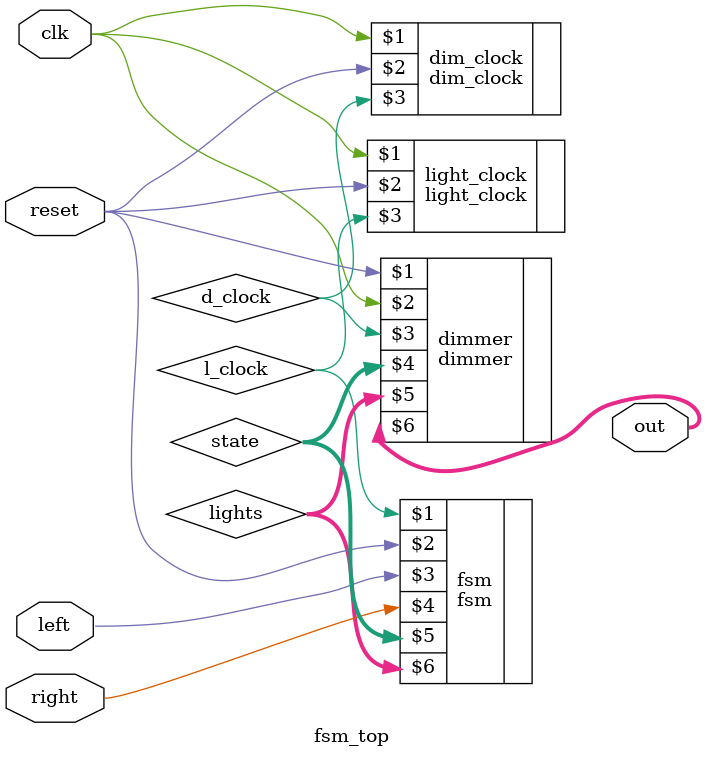
<source format=v>
`timescale 1ns / 1ps


module fsm_top(input clk, input reset, input left, input right, output [5:0] out);
    wire l_clock;
    wire d_clock;
    wire [2:0] state;
    wire [5:0] lights;
    light_clock light_clock (clk, reset, l_clock);
    dim_clock dim_clock (clk, reset, d_clock);
    fsm fsm (l_clock, reset, left, right, state, lights);
    dimmer dimmer (reset, clk, d_clock, state, lights, out);
endmodule

</source>
